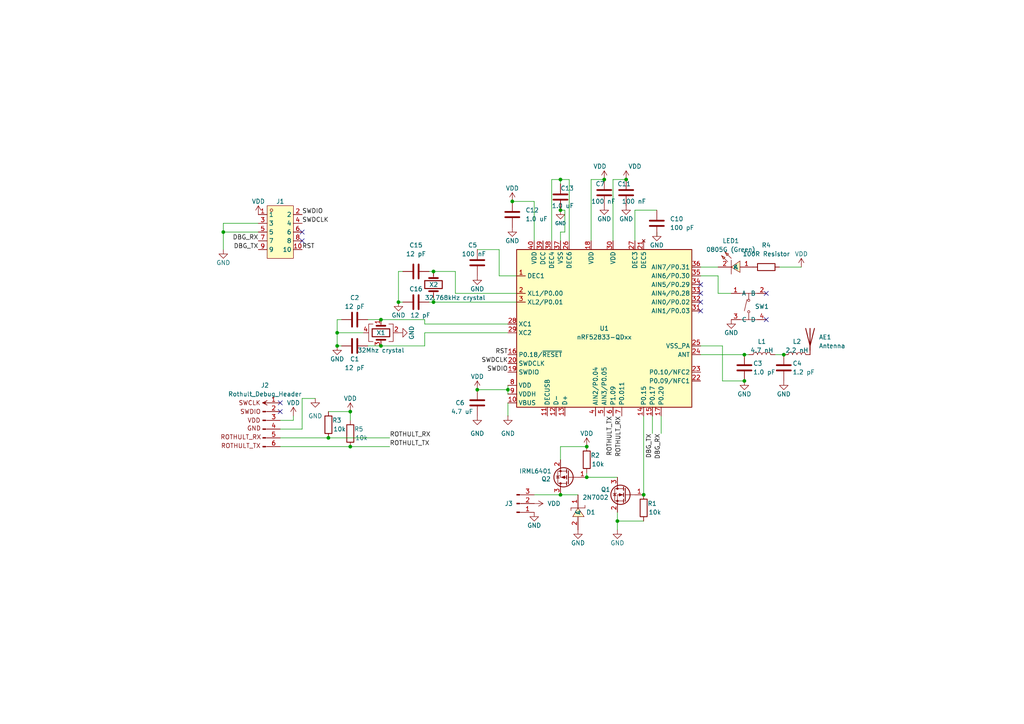
<source format=kicad_sch>
(kicad_sch (version 20231120) (generator "eeschema") (generator_version "8.0")
  (paper "A4")
  (lib_symbols
    (symbol "Common:Rothult_Debug_Header" (pin_names (offset 1.016) hide)
      (property "Reference" "J" (at 0 7.62 0))
      (property "Value" "Rothult_Debug_Header" (at 0 -10.16 0))
      (symbol "Rothult_Debug_Header_1_1"
        (polyline (pts (xy 1.27 -7.62) (xy 0.8636 -7.62)) (stroke (width 0.1524)))
        (polyline (pts (xy 1.27 -5.08) (xy 0.8636 -5.08)) (stroke (width 0.1524)))
        (polyline (pts (xy 1.27 -2.54) (xy 0.8636 -2.54)) (stroke (width 0.1524)))
        (polyline (pts (xy 1.27 0) (xy 0.8636 0)) (stroke (width 0.1524)))
        (polyline (pts (xy 1.27 2.54) (xy 0.8636 2.54)) (stroke (width 0.1524)))
        (polyline (pts (xy 1.27 5.08) (xy 0.8636 5.08)) (stroke (width 0.1524)))
        (rectangle (start 0.8636 -7.493) (end 0 -7.747) (stroke (width 0.1524)) (fill (type outline)))
        (rectangle (start 0.8636 -4.953) (end 0 -5.207) (stroke (width 0.1524)) (fill (type outline)))
        (rectangle (start 0.8636 -2.413) (end 0 -2.667) (stroke (width 0.1524)) (fill (type outline)))
        (rectangle (start 0.8636 0.127) (end 0 -0.127) (stroke (width 0.1524)) (fill (type outline)))
        (rectangle (start 0.8636 2.667) (end 0 2.413) (stroke (width 0.1524)) (fill (type outline)))
        (rectangle (start 0.8636 5.207) (end 0 4.953) (stroke (width 0.1524)) (fill (type outline)))
        (text "GND" (at -2.54 -2.286 0) (effects (font (size 1.27 1.27))))
        (text "ROTHULT_RX" (at -6.35 -4.826 0) (effects (font (size 1.27 1.27))))
        (text "ROTHULT_TX" (at -6.35 -7.366 0) (effects (font (size 1.27 1.27))))
        (text "SWCLK" (at -3.81 5.08 0) (effects (font (size 1.27 1.27))))
        (text "SWDIO" (at -3.556 2.54 0) (effects (font (size 1.27 1.27))))
        (text "VDD" (at -2.54 0 0) (effects (font (size 1.27 1.27))))
        (pin output clock (at 5.08 5.08 180) (length 3.81) (name "SWCLK") (number "1"))
        (pin bidirectional line (at 5.08 2.54 180) (length 3.81) (name "SWDIO") (number "2"))
        (pin power_in line (at 5.08 0 180) (length 3.81) (name "VDD") (number "3"))
        (pin power_in line (at 5.08 -2.54 180) (length 3.81) (name "GND") (number "4"))
        (pin output line (at 5.08 -5.08 180) (length 3.81) (name "ROTHULT_RX") (number "5"))
        (pin input line (at 5.08 -7.62 180) (length 3.81) (name "ROTHULT_TX") (number "6"))
      )
    )
    (symbol "Connector:Conn_01x03_Pin" (pin_names (offset 1.016) hide)
      (property "Reference" "J" (at 0 5.08 0))
      (property "Value" "Conn_01x03_Pin" (at 0 -5.08 0))
      (symbol "Conn_01x03_Pin_1_1"
        (polyline (pts (xy 1.27 -2.54) (xy 0.8636 -2.54)) (stroke (width 0.1524)))
        (polyline (pts (xy 1.27 0) (xy 0.8636 0)) (stroke (width 0.1524)))
        (polyline (pts (xy 1.27 2.54) (xy 0.8636 2.54)) (stroke (width 0.1524)))
        (rectangle (start 0.8636 -2.413) (end 0 -2.667) (stroke (width 0.1524)) (fill (type outline)))
        (rectangle (start 0.8636 0.127) (end 0 -0.127) (stroke (width 0.1524)) (fill (type outline)))
        (rectangle (start 0.8636 2.667) (end 0 2.413) (stroke (width 0.1524)) (fill (type outline)))
        (pin passive line (at 5.08 2.54 180) (length 3.81) (name "Pin_1") (number "1"))
        (pin passive line (at 5.08 0 180) (length 3.81) (name "Pin_2") (number "2"))
        (pin passive line (at 5.08 -2.54 180) (length 3.81) (name "Pin_3") (number "3"))
      )
    )
    (symbol "Device:Antenna" (pin_numbers hide) (pin_names (offset 1.016) hide)
      (property "Reference" "AE" (at -1.905 1.905 0))
      (property "Value" "Antenna" (at -1.905 0 0))
      (symbol "Antenna_0_1"
        (polyline (pts (xy 0 2.54) (xy 0 -3.81)) (stroke (width 0.254)))
        (polyline (pts (xy 1.27 2.54) (xy 0 -2.54) (xy -1.27 2.54)) (stroke (width 0.254)))
      )
      (symbol "Antenna_1_1"
        (pin input line (at 0 -5.08 90) (length 2.54) (name "A") (number "1"))
      )
    )
    (symbol "GND_1" (power) (pin_numbers hide) (pin_names (offset 0) hide)
      (property "Value" "GND" (at 0 -3.81 0))
      (symbol "GND_1_0_1"
        (polyline (pts (xy 0 0) (xy 0 -1.27) (xy 1.27 -1.27) (xy 0 -2.54) (xy -1.27 -1.27) (xy 0 -1.27)))
      )
      (symbol "GND_1_1_1"
        (pin power_in line (at 0 0 270) (length 0) (name "~") (number "1"))
      )
    )
    (symbol "Ostranna:1.0 pF" (pin_numbers hide) (pin_names (offset 0.254))
      (property "Reference" "C" (at 0.635 2.54 0))
      (property "Value" "1.0 pF" (at 0.635 -2.54 0))
      (symbol "1.0 pF_0_1"
        (polyline (pts (xy -2.032 -0.762) (xy 2.032 -0.762)) (stroke (width 0.508)))
        (polyline (pts (xy -2.032 0.762) (xy 2.032 0.762)) (stroke (width 0.508)))
      )
      (symbol "1.0 pF_1_1"
        (pin passive line (at 0 3.81 270) (length 2.794) (name "~") (number "1"))
        (pin passive line (at 0 -3.81 90) (length 2.794) (name "~") (number "2"))
      )
    )
    (symbol "Ostranna:1.0 uF" (pin_numbers hide) (pin_names (offset 0.254))
      (property "Reference" "C" (at 0.635 2.54 0))
      (property "Value" "1.0 uF" (at 0.635 -2.54 0))
      (symbol "1.0 uF_0_1"
        (polyline (pts (xy -2.032 -0.762) (xy 2.032 -0.762)) (stroke (width 0.508)))
        (polyline (pts (xy -2.032 0.762) (xy 2.032 0.762)) (stroke (width 0.508)))
      )
      (symbol "1.0 uF_1_1"
        (pin passive line (at 0 3.81 270) (length 2.794) (name "~") (number "1"))
        (pin passive line (at 0 -3.81 90) (length 2.794) (name "~") (number "2"))
      )
    )
    (symbol "Ostranna:1.2 pF" (pin_numbers hide) (pin_names (offset 0.254))
      (property "Reference" "C" (at 0.635 2.54 0))
      (property "Value" "1.2 pF" (at 0.635 -2.54 0))
      (symbol "1.2 pF_0_1"
        (polyline (pts (xy -2.032 -0.762) (xy 2.032 -0.762)) (stroke (width 0.508)))
        (polyline (pts (xy -2.032 0.762) (xy 2.032 0.762)) (stroke (width 0.508)))
      )
      (symbol "1.2 pF_1_1"
        (pin passive line (at 0 3.81 270) (length 2.794) (name "~") (number "1"))
        (pin passive line (at 0 -3.81 90) (length 2.794) (name "~") (number "2"))
      )
    )
    (symbol "Ostranna:100 nF" (pin_numbers hide) (pin_names (offset 0.254))
      (property "Reference" "C" (at 0.635 2.54 0))
      (property "Value" "100 nF" (at 0.635 -2.54 0))
      (symbol "100 nF_0_1"
        (polyline (pts (xy -2.032 -0.762) (xy 2.032 -0.762)) (stroke (width 0.508)))
        (polyline (pts (xy -2.032 0.762) (xy 2.032 0.762)) (stroke (width 0.508)))
      )
      (symbol "100 nF_1_1"
        (pin passive line (at 0 3.81 270) (length 2.794) (name "~") (number "1"))
        (pin passive line (at 0 -3.81 90) (length 2.794) (name "~") (number "2"))
      )
    )
    (symbol "Ostranna:100 pF" (pin_numbers hide) (pin_names (offset 0.254))
      (property "Reference" "C" (at 0.635 2.54 0))
      (property "Value" "100 pF" (at 0.635 -2.54 0))
      (symbol "100 pF_0_1"
        (polyline (pts (xy -2.032 -0.762) (xy 2.032 -0.762)) (stroke (width 0.508)))
        (polyline (pts (xy -2.032 0.762) (xy 2.032 0.762)) (stroke (width 0.508)))
      )
      (symbol "100 pF_1_1"
        (pin passive line (at 0 3.81 270) (length 2.794) (name "~") (number "1"))
        (pin passive line (at 0 -3.81 90) (length 2.794) (name "~") (number "2"))
      )
    )
    (symbol "Ostranna:100R Resistor" (pin_numbers hide) (pin_names (offset 0))
      (property "Reference" "R" (at 2.032 0 90))
      (property "Value" "100R Resistor" (at 0 0 90))
      (symbol "100R Resistor_0_1"
        (rectangle (start -1.016 -2.54) (end 1.016 2.54) (stroke (width 0.254)))
      )
      (symbol "100R Resistor_1_1"
        (pin passive line (at 0 3.81 270) (length 1.27) (name "~") (number "1"))
        (pin passive line (at 0 -3.81 90) (length 1.27) (name "~") (number "2"))
      )
    )
    (symbol "Ostranna:10k Resistor" (pin_numbers hide) (pin_names (offset 0))
      (property "Reference" "R" (at 2.032 0 90))
      (property "Value" "10k" (at 0 0 90))
      (symbol "10k Resistor_0_1"
        (rectangle (start -1.016 -2.54) (end 1.016 2.54) (stroke (width 0.254)))
      )
      (symbol "10k Resistor_1_1"
        (pin passive line (at 0 3.81 270) (length 1.27) (name "~") (number "1"))
        (pin passive line (at 0 -3.81 90) (length 1.27) (name "~") (number "2"))
      )
    )
    (symbol "Ostranna:12 pF" (pin_numbers hide) (pin_names (offset 0.254))
      (property "Reference" "C" (at 0.635 2.54 0))
      (property "Value" "12 pF" (at 0.635 -2.54 0))
      (symbol "12 pF_0_1"
        (polyline (pts (xy -2.032 -0.762) (xy 2.032 -0.762)) (stroke (width 0.508)))
        (polyline (pts (xy -2.032 0.762) (xy 2.032 0.762)) (stroke (width 0.508)))
      )
      (symbol "12 pF_1_1"
        (pin passive line (at 0 3.81 270) (length 2.794) (name "~") (number "1"))
        (pin passive line (at 0 -3.81 90) (length 2.794) (name "~") (number "2"))
      )
    )
    (symbol "Ostranna:2.2 nH" (pin_numbers hide) (pin_names (offset 1.016) hide)
      (property "Reference" "L" (at -1.27 0 90))
      (property "Value" "2.2 nH" (at 1.905 0 90))
      (symbol "2.2 nH_0_1"
        (arc (start 0 -2.54) (mid 0.6323 -1.905) (end 0 -1.27))
        (arc (start 0 -1.27) (mid 0.6323 -0.635) (end 0 0))
        (arc (start 0 0) (mid 0.6323 0.635) (end 0 1.27))
        (arc (start 0 1.27) (mid 0.6323 1.905) (end 0 2.54))
      )
      (symbol "2.2 nH_1_1"
        (pin passive line (at 0 3.81 270) (length 1.27) (name "1") (number "1"))
        (pin passive line (at 0 -3.81 90) (length 1.27) (name "2") (number "2"))
      )
    )
    (symbol "Ostranna:2N7002" (pin_names (offset 0) hide)
      (property "Reference" "Q" (at 5.08 1.27 0))
      (property "Value" "2N7002" (at 5.08 -1.27 0))
      (symbol "2N7002_0_1"
        (polyline (pts (xy 0.254 0) (xy -2.54 0)))
        (polyline (pts (xy 0.254 1.905) (xy 0.254 -1.905)) (stroke (width 0.254)))
        (polyline (pts (xy 0.762 -1.27) (xy 0.762 -2.286)) (stroke (width 0.254)))
        (polyline (pts (xy 0.762 0.508) (xy 0.762 -0.508)) (stroke (width 0.254)))
        (polyline (pts (xy 0.762 2.286) (xy 0.762 1.27)) (stroke (width 0.254)))
        (polyline (pts (xy 2.54 2.54) (xy 2.54 1.778)))
        (polyline (pts (xy 2.54 -2.54) (xy 2.54 0) (xy 0.762 0)))
        (polyline (pts (xy 0.762 -1.778) (xy 3.302 -1.778) (xy 3.302 1.778) (xy 0.762 1.778)))
        (polyline (pts (xy 1.016 0) (xy 2.032 0.381) (xy 2.032 -0.381) (xy 1.016 0)) (fill (type outline)))
        (polyline (pts (xy 2.794 0.508) (xy 2.921 0.381) (xy 3.683 0.381) (xy 3.81 0.254)))
        (polyline (pts (xy 3.302 0.381) (xy 2.921 -0.254) (xy 3.683 -0.254) (xy 3.302 0.381)))
        (circle (center 1.651 0) (radius 2.794) (stroke (width 0.254)))
        (circle (center 2.54 -1.778) (radius 0.254) (fill (type outline)))
        (circle (center 2.54 1.778) (radius 0.254) (fill (type outline)))
      )
      (symbol "2N7002_1_1"
        (pin input line (at -5.08 0 0) (length 2.54) (name "G") (number "1"))
        (pin passive line (at 2.54 -5.08 90) (length 2.54) (name "S") (number "2"))
        (pin passive line (at 2.54 5.08 270) (length 2.54) (name "D") (number "3"))
      )
    )
    (symbol "Ostranna:32.768kHz crystal" (pin_numbers hide) (pin_names (offset 1.016) hide)
      (property "Reference" "X" (at 0 3.81 0))
      (property "Value" "32.768kHz crystal" (at 0 -3.81 0))
      (symbol "32.768kHz crystal_0_1"
        (rectangle (start -1.143 2.54) (end 1.143 -2.54) (stroke (width 0.3048)))
        (polyline (pts (xy -2.54 0) (xy -1.905 0)))
        (polyline (pts (xy -1.905 -1.27) (xy -1.905 1.27)) (stroke (width 0.508)))
        (polyline (pts (xy 1.905 -1.27) (xy 1.905 1.27)) (stroke (width 0.508)))
        (polyline (pts (xy 2.54 0) (xy 1.905 0)))
      )
      (symbol "32.768kHz crystal_1_1"
        (pin passive line (at -3.81 0 0) (length 1.27) (name "1") (number "1"))
        (pin passive line (at 3.81 0 180) (length 1.27) (name "2") (number "2"))
      )
    )
    (symbol "Ostranna:32Mhz crystal" (pin_names (offset 1.016) hide)
      (property "Reference" "X" (at 3.175 5.08 0))
      (property "Value" "32Mhz crystal" (at 3.175 3.175 0))
      (symbol "32Mhz crystal_0_1"
        (rectangle (start -1.143 2.54) (end 1.143 -2.54) (stroke (width 0.3048)))
        (polyline (pts (xy -2.54 0) (xy -2.032 0)))
        (polyline (pts (xy -2.032 -1.27) (xy -2.032 1.27)) (stroke (width 0.508)))
        (polyline (pts (xy 0 -3.81) (xy 0 -3.556)))
        (polyline (pts (xy 0 3.556) (xy 0 3.81)))
        (polyline (pts (xy 2.032 -1.27) (xy 2.032 1.27)) (stroke (width 0.508)))
        (polyline (pts (xy 2.032 0) (xy 2.54 0)))
        (polyline (pts (xy -2.54 -2.286) (xy -2.54 -3.556) (xy 2.54 -3.556) (xy 2.54 -2.286)))
        (polyline (pts (xy -2.54 2.286) (xy -2.54 3.556) (xy 2.54 3.556) (xy 2.54 2.286)))
      )
      (symbol "32Mhz crystal_1_1"
        (pin passive line (at -3.81 0 0) (length 1.27) (name "1") (number "1"))
        (pin passive line (at 0 5.08 270) (length 1.27) (name "2") (number "2"))
        (pin passive line (at 3.81 0 180) (length 1.27) (name "3") (number "3"))
        (pin passive line (at 0 -5.08 90) (length 1.27) (name "4") (number "4"))
      )
    )
    (symbol "Ostranna:4.7 nH" (pin_numbers hide) (pin_names (offset 1.016) hide)
      (property "Reference" "L" (at -1.27 0 90))
      (property "Value" "4.7 nH" (at 1.905 0 90))
      (symbol "4.7 nH_0_1"
        (arc (start 0 -2.54) (mid 0.6323 -1.905) (end 0 -1.27))
        (arc (start 0 -1.27) (mid 0.6323 -0.635) (end 0 0))
        (arc (start 0 0) (mid 0.6323 0.635) (end 0 1.27))
        (arc (start 0 1.27) (mid 0.6323 1.905) (end 0 2.54))
      )
      (symbol "4.7 nH_1_1"
        (pin passive line (at 0 3.81 270) (length 1.27) (name "1") (number "1"))
        (pin passive line (at 0 -3.81 90) (length 1.27) (name "2") (number "2"))
      )
    )
    (symbol "Ostranna:4.7 uF" (pin_numbers hide) (pin_names (offset 0.254))
      (property "Reference" "C" (at 0.635 2.54 0))
      (property "Value" "4.7 uF" (at 0.635 -2.54 0))
      (symbol "4.7 uF_0_1"
        (polyline (pts (xy -2.032 -0.762) (xy 2.032 -0.762)) (stroke (width 0.508)))
        (polyline (pts (xy -2.032 0.762) (xy 2.032 0.762)) (stroke (width 0.508)))
      )
      (symbol "4.7 uF_1_1"
        (pin passive line (at 0 3.81 270) (length 2.794) (name "~") (number "1"))
        (pin passive line (at 0 -3.81 90) (length 2.794) (name "~") (number "2"))
      )
    )
    (symbol "Ostranna:IRML6401" (pin_names (offset 0) hide)
      (property "Reference" "Q" (at 5.08 1.27 0))
      (property "Value" "IRML6401" (at 5.08 -1.27 0))
      (symbol "IRML6401_0_1"
        (polyline (pts (xy 0.254 0) (xy -2.54 0)))
        (polyline (pts (xy 0.254 1.905) (xy 0.254 -1.905)) (stroke (width 0.254)))
        (polyline (pts (xy 0.762 -1.27) (xy 0.762 -2.286)) (stroke (width 0.254)))
        (polyline (pts (xy 0.762 0.508) (xy 0.762 -0.508)) (stroke (width 0.254)))
        (polyline (pts (xy 0.762 2.286) (xy 0.762 1.27)) (stroke (width 0.254)))
        (polyline (pts (xy 2.54 2.54) (xy 2.54 1.778)))
        (polyline (pts (xy 2.54 -2.54) (xy 2.54 0) (xy 0.762 0)))
        (polyline (pts (xy 0.762 1.778) (xy 3.302 1.778) (xy 3.302 -1.778) (xy 0.762 -1.778)))
        (polyline (pts (xy 2.286 0) (xy 1.27 0.381) (xy 1.27 -0.381) (xy 2.286 0)) (fill (type outline)))
        (polyline (pts (xy 2.794 -0.508) (xy 2.921 -0.381) (xy 3.683 -0.381) (xy 3.81 -0.254)))
        (polyline (pts (xy 3.302 -0.381) (xy 2.921 0.254) (xy 3.683 0.254) (xy 3.302 -0.381)))
        (circle (center 1.651 0) (radius 2.794) (stroke (width 0.254)))
        (circle (center 2.54 -1.778) (radius 0.254) (fill (type outline)))
        (circle (center 2.54 1.778) (radius 0.254) (fill (type outline)))
      )
      (symbol "IRML6401_1_1"
        (pin input line (at -5.08 0 0) (length 2.54) (name "G") (number "1"))
        (pin passive line (at 2.54 -5.08 90) (length 2.54) (name "S") (number "2"))
        (pin passive line (at 2.54 5.08 270) (length 2.54) (name "D") (number "3"))
      )
    )
    (symbol "Ostranna:nRF52833-QDxx"
      (property "Reference" "U" (at -2.54 0 0))
      (property "Value" "nRF52833-QDxx" (at -2.54 -2.54 0))
      (symbol "nRF52833-QDxx_0_1"
        (rectangle (start -25.4 22.86) (end 25.4 -22.86) (stroke (width 0.254)) (fill (type background)))
      )
      (symbol "nRF52833-QDxx_1_1"
        (pin passive line (at -25.4 15.24 0) (length 2.54) (name "DEC1") (number "1"))
        (pin power_in line (at -27.94 -21.59 0) (length 2.54) (name "VBUS") (number "10"))
        (pin passive line (at -16.51 -25.4 90) (length 2.54) (name "DECUSB") (number "11"))
        (pin bidirectional line (at -13.97 -25.4 90) (length 2.54) (name "D-") (number "12"))
        (pin bidirectional line (at -11.43 -25.4 90) (length 2.54) (name "D+") (number "13"))
        (pin bidirectional line (at 11.43 -25.4 90) (length 2.54) (name "P0.15") (number "14"))
        (pin bidirectional line (at 13.97 -25.4 90) (length 2.54) (name "P0.17") (number "15"))
        (pin bidirectional line (at -27.94 -7.62 0) (length 2.54) (name "P0.18/~{RESET}") (number "16"))
        (pin bidirectional line (at 16.51 -25.4 90) (length 2.54) (name "P0.20") (number "17"))
        (pin power_in line (at -3.81 25.4 270) (length 2.54) (name "VDD") (number "18"))
        (pin bidirectional line (at -27.94 -12.7 0) (length 2.54) (name "SWDIO") (number "19"))
        (pin input line (at -25.4 10.16 0) (length 2.54) (name "XL1/P0.00") (number "2"))
        (pin input line (at -27.94 -10.16 0) (length 2.54) (name "SWDCLK") (number "20"))
        (pin no_connect line (at 11.43 25.4 270) (length 2.54) (name "DEC5") (number "21"))
        (pin bidirectional line (at 27.94 -15.24 180) (length 2.54) (name "P0.09/NFC1") (number "22"))
        (pin bidirectional line (at 27.94 -12.7 180) (length 2.54) (name "P0.10/NFC2") (number "23"))
        (pin passive line (at 27.94 -7.62 180) (length 2.54) (name "ANT") (number "24"))
        (pin power_in line (at 27.94 -5.08 180) (length 2.54) (name "VSS_PA") (number "25"))
        (pin passive line (at -10.16 25.4 270) (length 2.54) (name "DEC6") (number "26"))
        (pin passive line (at 8.89 25.4 270) (length 2.54) (name "DEC3") (number "27"))
        (pin input line (at -27.94 1.27 0) (length 2.54) (name "XC1") (number "28"))
        (pin input line (at -27.94 -1.27 0) (length 2.54) (name "XC2") (number "29"))
        (pin input line (at -25.4 7.62 0) (length 2.54) (name "XL2/P0.01") (number "3"))
        (pin power_in line (at 2.54 25.4 270) (length 2.54) (name "VDD") (number "30"))
        (pin bidirectional line (at 27.94 5.08 180) (length 2.54) (name "AIN1/P0.03") (number "31"))
        (pin bidirectional line (at 27.94 7.62 180) (length 2.54) (name "AIN0/P0.02") (number "32"))
        (pin bidirectional line (at 27.94 10.16 180) (length 2.54) (name "AIN4/P0.28") (number "33"))
        (pin bidirectional line (at 27.94 12.7 180) (length 2.54) (name "AIN5/P0.29") (number "34"))
        (pin bidirectional line (at 27.94 15.24 180) (length 2.54) (name "AIN6/P0.30") (number "35"))
        (pin bidirectional line (at 27.94 17.78 180) (length 2.54) (name "AIN7/P0.31") (number "36"))
        (pin power_in line (at -12.7 25.4 270) (length 2.54) (name "VSS") (number "37"))
        (pin passive line (at -15.24 25.4 270) (length 2.54) (name "DEC4") (number "38"))
        (pin power_out line (at -17.78 25.4 270) (length 2.54) (name "DCC") (number "39"))
        (pin bidirectional line (at -2.54 -25.4 90) (length 2.54) (name "AIN2/P0.04") (number "4"))
        (pin power_in line (at -20.32 25.4 270) (length 2.54) (name "VDD") (number "40"))
        (pin passive line (at -22.86 25.4 270) (length 2.54) hide (name "VSS") (number "41"))
        (pin bidirectional line (at 0 -25.4 90) (length 2.54) (name "AIN3/P0.05") (number "5"))
        (pin bidirectional line (at 2.54 -25.4 90) (length 2.54) (name "P1.09") (number "6"))
        (pin bidirectional line (at 5.08 -25.4 90) (length 2.54) (name "P0.011") (number "7"))
        (pin power_in line (at -27.94 -16.51 0) (length 2.54) (name "VDD") (number "8"))
        (pin power_in line (at -27.94 -19.05 0) (length 2.54) (name "VDDH") (number "9"))
      )
    )
    (symbol "easyeda2kicad:0805G(Green)"
      (property "Reference" "LED" (at 0 5.08 0))
      (property "Value" "0805G (Green)" (at 0 -5.08 0))
      (symbol "0805G(Green)_0_1"
        (polyline (pts (xy -2.29 1.52) (xy -4.06 3.3)))
        (polyline (pts (xy -1.27 2.03) (xy -1.27 -2.03)))
        (polyline (pts (xy -1.27 2.54) (xy -3.05 4.32)))
        (polyline (pts (xy -4.06 3.3) (xy -3.05 2.79) (xy -3.56 2.29) (xy -4.06 3.3)) (fill (type background)))
        (polyline (pts (xy -3.05 4.32) (xy -2.03 3.81) (xy -2.54 3.3) (xy -3.05 4.32)) (fill (type background)))
        (polyline (pts (xy 1.27 -1.52) (xy -1.27 0) (xy 1.27 1.78) (xy 1.27 -1.52)) (fill (type background)))
        (pin unspecified line (at 5.08 0 180) (length 3.81) (name "A") (number "1"))
        (pin unspecified line (at -5.08 0 0) (length 3.81) (name "K") (number "2"))
      )
    )
    (symbol "easyeda2kicad:1N5819WS"
      (property "Reference" "D" (at 0 5.08 0))
      (property "Value" "1N5819WS" (at 0 -5.08 0))
      (symbol "1N5819WS_0_1"
        (polyline (pts (xy -1.27 -2.03) (xy -2.03 -2.03)))
        (polyline (pts (xy -1.27 -2.03) (xy -1.27 2.03)))
        (polyline (pts (xy -1.27 2.03) (xy -0.51 2.03)))
        (polyline (pts (xy 1.27 1.52) (xy -1.27 0) (xy 1.27 -1.78) (xy 1.27 1.52)) (fill (type background)))
        (pin unspecified line (at -5.08 0 0) (length 3.81) (name "C") (number "1"))
        (pin unspecified line (at 5.08 0 180) (length 3.81) (name "A") (number "2"))
      )
    )
    (symbol "easyeda2kicad:KH-1.27PH180-2X5P-L7.2-SMT"
      (property "Reference" "H" (at 0 10.16 0))
      (property "Value" "KH-1.27PH180-2X5P-L7.2-SMT" (at 0 -10.16 0))
      (symbol "KH-1.27PH180-2X5P-L7.2-SMT_0_1"
        (rectangle (start -3.81 7.62) (end 3.81 -7.62) (fill (type background)))
        (circle (center -2.54 6.35) (radius 0.38))
        (pin unspecified line (at -6.35 5.08 0) (length 2.54) (name "1") (number "1"))
        (pin unspecified line (at 6.35 -5.08 180) (length 2.54) (name "10") (number "10"))
        (pin unspecified line (at 6.35 5.08 180) (length 2.54) (name "2") (number "2"))
        (pin unspecified line (at -6.35 2.54 0) (length 2.54) (name "3") (number "3"))
        (pin unspecified line (at 6.35 2.54 180) (length 2.54) (name "4") (number "4"))
        (pin unspecified line (at -6.35 0 0) (length 2.54) (name "5") (number "5"))
        (pin unspecified line (at 6.35 0 180) (length 2.54) (name "6") (number "6"))
        (pin unspecified line (at -6.35 -2.54 0) (length 2.54) (name "7") (number "7"))
        (pin unspecified line (at 6.35 -2.54 180) (length 2.54) (name "8") (number "8"))
        (pin unspecified line (at -6.35 -5.08 0) (length 2.54) (name "9") (number "9"))
      )
    )
    (symbol "easyeda2kicad:TS-1187A-B-A-B"
      (property "Reference" "SW" (at 0 7.62 0))
      (property "Value" "TS-1187A-B-A-B" (at 0 -10.16 0))
      (symbol "TS-1187A-B-A-B_0_1"
        (circle (center 0 -2.79) (radius 0.32))
        (polyline (pts (xy -2.54 -5.08) (xy 2.54 -5.08)))
        (polyline (pts (xy -2.54 2.54) (xy 2.54 2.54)))
        (polyline (pts (xy -0.51 0.76) (xy -1.27 -2.54)))
        (polyline (pts (xy 0 -3.3) (xy 0 -5.08)))
        (polyline (pts (xy 0 0.76) (xy 0 2.54)))
        (circle (center 0 0.51) (radius 0.32))
        (pin unspecified line (at -5.08 2.54 0) (length 2.54) (name "A") (number "1"))
        (pin unspecified line (at 5.08 2.54 180) (length 2.54) (name "B") (number "2"))
        (pin unspecified line (at -5.08 -5.08 0) (length 2.54) (name "C") (number "3"))
        (pin unspecified line (at 5.08 -5.08 180) (length 2.54) (name "D") (number "4"))
      )
    )
    (symbol "power:GND" (power) (pin_names (offset 0))
      (property "Value" "GND" (at 0 -3.81 0))
      (symbol "GND_0_1"
        (polyline (pts (xy 0 0) (xy 0 -1.27) (xy 1.27 -1.27) (xy 0 -2.54) (xy -1.27 -1.27) (xy 0 -1.27)))
      )
      (symbol "GND_1_1"
        (pin power_in line (at 0 0 270) (length 0) hide (name "GND") (number "1"))
      )
    )
    (symbol "power:VDD" (power) (pin_names (offset 0))
      (property "Value" "VDD" (at 0 3.81 0))
      (symbol "VDD_0_1"
        (polyline (pts (xy -0.762 1.27) (xy 0 2.54)))
        (polyline (pts (xy 0 0) (xy 0 2.54)))
        (polyline (pts (xy 0 2.54) (xy 0.762 1.27)))
      )
      (symbol "VDD_1_1"
        (pin power_in line (at 0 0 90) (length 0) hide (name "VDD") (number "1"))
      )
    )
  )
  (junction (at 125.73 78.74))
  (junction (at 215.9 110.49))
  (junction (at 95.25 127))
  (junction (at 186.69 143.51))
  (junction (at 110.49 92.71))
  (junction (at 148.59 58.42))
  (junction (at 97.79 96.52))
  (junction (at 170.18 129.54))
  (junction (at 175.26 52.07))
  (junction (at 147.32 113.03))
  (junction (at 179.07 151.13))
  (junction (at 115.57 87.63))
  (junction (at 162.56 143.51))
  (junction (at 170.18 138.43))
  (junction (at 64.77 67.31))
  (junction (at 215.9 102.87))
  (junction (at 162.56 52.07))
  (junction (at 181.61 52.07))
  (junction (at 101.6 119.38))
  (junction (at 97.79 100.33))
  (junction (at 162.56 60.96))
  (junction (at 227.33 102.87))
  (junction (at 138.43 113.03))
  (junction (at 125.73 87.63))
  (junction (at 110.49 100.33))
  (junction (at 101.6 129.54))
  (no_connect (at 222.25 92.71))
  (no_connect (at 203.2 90.17))
  (no_connect (at 203.2 85.09))
  (no_connect (at 81.28 119.38))
  (no_connect (at 87.63 67.31))
  (no_connect (at 81.28 116.84))
  (no_connect (at 203.2 82.55))
  (no_connect (at 222.25 85.09))
  (no_connect (at 87.63 69.85))
  (no_connect (at 203.2 87.63))
  (wire (pts (xy 132.08 85.09) (xy 132.08 78.74)))
  (wire (pts (xy 209.55 110.49) (xy 215.9 110.49)))
  (wire (pts (xy 209.55 100.33) (xy 209.55 110.49)))
  (wire (pts (xy 97.79 92.71) (xy 97.79 96.52)))
  (wire (pts (xy 162.56 129.54) (xy 162.56 133.35)))
  (wire (pts (xy 162.56 69.85) (xy 162.56 67.31)))
  (wire (pts (xy 101.6 119.38) (xy 101.6 121.92)))
  (wire (pts (xy 113.03 127) (xy 95.25 127)))
  (wire (pts (xy 85.09 120.65) (xy 85.09 121.92)))
  (wire (pts (xy 149.86 85.09) (xy 132.08 85.09)))
  (wire (pts (xy 184.15 60.96) (xy 190.5 60.96)))
  (wire (pts (xy 154.94 69.85) (xy 154.94 58.42)))
  (wire (pts (xy 147.32 113.03) (xy 147.32 111.76)))
  (wire (pts (xy 147.32 93.98) (xy 123.19 93.98)))
  (wire (pts (xy 177.8 52.07) (xy 181.61 52.07)))
  (wire (pts (xy 87.63 124.46) (xy 87.63 115.57)))
  (wire (pts (xy 95.25 127) (xy 81.28 127)))
  (wire (pts (xy 125.73 87.63) (xy 125.73 86.36)))
  (wire (pts (xy 186.69 120.65) (xy 186.69 143.51)))
  (wire (pts (xy 190.5 68.58) (xy 190.5 67.31)))
  (wire (pts (xy 101.6 129.54) (xy 81.28 129.54)))
  (wire (pts (xy 170.18 137.16) (xy 170.18 138.43)))
  (wire (pts (xy 179.07 151.13) (xy 179.07 148.59)))
  (wire (pts (xy 162.56 53.34) (xy 162.56 52.07)))
  (wire (pts (xy 171.45 52.07) (xy 175.26 52.07)))
  (wire (pts (xy 167.64 143.51) (xy 162.56 143.51)))
  (wire (pts (xy 177.8 69.85) (xy 177.8 52.07)))
  (wire (pts (xy 81.28 124.46) (xy 87.63 124.46)))
  (wire (pts (xy 224.79 102.87) (xy 227.33 102.87)))
  (wire (pts (xy 191.77 120.65) (xy 191.77 125.73)))
  (wire (pts (xy 162.56 52.07) (xy 165.1 52.07)))
  (wire (pts (xy 208.28 77.47) (xy 203.2 77.47)))
  (wire (pts (xy 203.2 100.33) (xy 209.55 100.33)))
  (wire (pts (xy 74.93 64.77) (xy 64.77 64.77)))
  (wire (pts (xy 124.46 87.63) (xy 125.73 87.63)))
  (wire (pts (xy 154.94 58.42) (xy 148.59 58.42)))
  (wire (pts (xy 116.84 78.74) (xy 115.57 78.74)))
  (wire (pts (xy 217.17 102.87) (xy 215.9 102.87)))
  (wire (pts (xy 208.28 80.01) (xy 208.28 85.09)))
  (wire (pts (xy 97.79 100.33) (xy 99.06 100.33)))
  (wire (pts (xy 162.56 67.31) (xy 163.83 67.31)))
  (wire (pts (xy 95.25 119.38) (xy 101.6 119.38)))
  (wire (pts (xy 116.84 87.63) (xy 115.57 87.63)))
  (wire (pts (xy 144.78 80.01) (xy 144.78 72.39)))
  (wire (pts (xy 125.73 87.63) (xy 149.86 87.63)))
  (wire (pts (xy 123.19 93.98) (xy 123.19 92.71)))
  (wire (pts (xy 144.78 72.39) (xy 138.43 72.39)))
  (wire (pts (xy 81.28 121.92) (xy 85.09 121.92)))
  (wire (pts (xy 165.1 52.07) (xy 165.1 69.85)))
  (wire (pts (xy 147.32 120.65) (xy 147.32 116.84)))
  (wire (pts (xy 87.63 115.57) (xy 91.44 115.57)))
  (wire (pts (xy 99.06 92.71) (xy 97.79 92.71)))
  (wire (pts (xy 226.06 77.47) (xy 232.41 77.47)))
  (wire (pts (xy 110.49 100.33) (xy 123.19 100.33)))
  (wire (pts (xy 179.07 153.67) (xy 179.07 151.13)))
  (wire (pts (xy 208.28 85.09) (xy 212.09 85.09)))
  (wire (pts (xy 132.08 78.74) (xy 125.73 78.74)))
  (wire (pts (xy 113.03 129.54) (xy 101.6 129.54)))
  (wire (pts (xy 171.45 52.07) (xy 171.45 69.85)))
  (wire (pts (xy 123.19 96.52) (xy 147.32 96.52)))
  (wire (pts (xy 138.43 113.03) (xy 147.32 113.03)))
  (wire (pts (xy 154.94 143.51) (xy 162.56 143.51)))
  (wire (pts (xy 64.77 64.77) (xy 64.77 67.31)))
  (wire (pts (xy 97.79 96.52) (xy 97.79 100.33)))
  (wire (pts (xy 163.83 60.96) (xy 162.56 60.96)))
  (wire (pts (xy 64.77 72.39) (xy 64.77 67.31)))
  (wire (pts (xy 203.2 80.01) (xy 208.28 80.01)))
  (wire (pts (xy 106.68 92.71) (xy 110.49 92.71)))
  (wire (pts (xy 147.32 113.03) (xy 147.32 114.3)))
  (wire (pts (xy 179.07 138.43) (xy 170.18 138.43)))
  (wire (pts (xy 149.86 80.01) (xy 144.78 80.01)))
  (wire (pts (xy 186.69 151.13) (xy 179.07 151.13)))
  (wire (pts (xy 184.15 69.85) (xy 184.15 60.96)))
  (wire (pts (xy 203.2 102.87) (xy 215.9 102.87)))
  (wire (pts (xy 189.23 120.65) (xy 189.23 125.73)))
  (wire (pts (xy 97.79 96.52) (xy 105.41 96.52)))
  (wire (pts (xy 123.19 100.33) (xy 123.19 96.52)))
  (wire (pts (xy 106.68 100.33) (xy 110.49 100.33)))
  (wire (pts (xy 163.83 67.31) (xy 163.83 60.96)))
  (wire (pts (xy 170.18 129.54) (xy 162.56 129.54)))
  (wire (pts (xy 160.02 52.07) (xy 162.56 52.07)))
  (wire (pts (xy 115.57 78.74) (xy 115.57 87.63)))
  (wire (pts (xy 124.46 78.74) (xy 125.73 78.74)))
  (wire (pts (xy 160.02 69.85) (xy 160.02 52.07)))
  (wire (pts (xy 123.19 92.71) (xy 110.49 92.71)))
  (wire (pts (xy 64.77 67.31) (xy 74.93 67.31)))
  (label "DBG_RX" (at 191.77 125.73 270))
  (label "DBG_RX" (at 74.93 69.85 180))
  (label "SWDCLK" (at 87.63 64.77 0))
  (label "ROTHULT_TX" (at 177.8 120.65 270))
  (label "DBG_TX" (at 189.23 125.73 270))
  (label "ROTHULT_RX" (at 180.34 120.65 270))
  (label "SWDIO" (at 147.32 107.95 180))
  (label "RST" (at 87.63 72.39 0))
  (label "ROTHULT_TX" (at 113.03 129.54 0))
  (label "SWDCLK" (at 147.32 105.41 180))
  (label "DBG_TX" (at 74.93 72.39 180))
  (label "RST" (at 147.32 102.87 180))
  (label "SWDIO" (at 87.63 62.23 0))
  (label "ROTHULT_RX" (at 113.03 127 0))
  (symbol (lib_id "power:GND") (at 181.61 59.69 0) (unit 1)
    (property "Reference" "#PWR014" (effects (hide yes)))
    (property "Value" "GND" (at 181.61 63.5 0))
  )
  (symbol (lib_id "power:GND") (at 190.5 67.31 0) (unit 1)
    (property "Reference" "#PWR015" (effects (hide yes)))
    (property "Value" "GND" (at 190.5 71.12 0))
  )
  (symbol (lib_id "Ostranna:100 nF") (at 181.61 55.88 0) (unit 1)
    (property "Reference" "C11" (at 179.07 53.34 0) (effects (justify left)))
    (property "Value" "100 nF" (at 180.34 58.42 0) (effects (justify left)))
    (property "Footprint" "Capacitor_SMD:C_0402_1005Metric" (effects (hide yes)))
    (property "LCSC" "C1525" (effects (hide yes)))
    (property "LCSC type" "Basic" (effects (hide yes)))
  )
  (symbol (lib_id "power:GND") (at 227.33 110.49 0) (unit 1)
    (property "Reference" "#PWR018" (effects (hide yes)))
    (property "Value" "GND" (at 227.33 114.3 0))
  )
  (symbol (lib_id "Ostranna:12 pF") (at 102.87 92.71 90) (unit 1)
    (property "Reference" "C2" (at 102.87 86.36 90))
    (property "Value" "12 pF" (at 102.87 88.9 90))
    (property "Footprint" "Capacitor_SMD:C_0402_1005Metric" (effects (hide yes)))
    (property "LCSC" "C1547" (effects (hide yes)))
    (property "LCSC type" "Basic" (effects (hide yes)))
  )
  (symbol (lib_name "GND_1") (lib_id "power:GND") (at 91.44 115.57 0) (unit 1)
    (property "Reference" "#PWR026" (effects (hide yes)))
    (property "Value" "GND" (at 91.44 120.65 0))
    (property "Description" "Power symbol creates a global label with name \"GND\" , ground" (effects (hide yes)))
  )
  (symbol (lib_id "power:GND") (at 212.09 92.71 0) (unit 1)
    (property "Reference" "#PWR016" (effects (hide yes)))
    (property "Value" "GND" (at 212.09 96.52 0))
  )
  (symbol (lib_id "power:GND") (at 215.9 110.49 0) (unit 1)
    (property "Reference" "#PWR017" (effects (hide yes)))
    (property "Value" "GND" (at 215.9 114.3 0))
  )
  (symbol (lib_id "Ostranna:10k Resistor") (at 101.6 125.73 0) (mirror y) (unit 1)
    (property "Reference" "R5" (at 105.41 124.46 0) (effects (justify left)))
    (property "Value" "10k" (at 106.68 127 0) (effects (justify left)))
    (property "Footprint" "Resistor_SMD:R_0402_1005Metric" (effects (hide yes)))
    (property "LCSC" "C270371" (effects (hide yes)))
  )
  (symbol (lib_id "Ostranna:100 pF") (at 190.5 64.77 0) (unit 1)
    (property "Reference" "C10" (at 194.31 63.4999 0) (effects (justify left)))
    (property "Value" "100 pF" (at 194.31 66.0399 0) (effects (justify left)))
    (property "Footprint" "Capacitor_SMD:C_0402_1005Metric" (effects (hide yes)))
    (property "LCSC" "C1546" (effects (hide yes)))
    (property "LCSC type" "Basic" (effects (hide yes)))
  )
  (symbol (lib_id "power:VDD") (at 154.94 146.05 270) (unit 1)
    (property "Reference" "#PWR029" (effects (hide yes)))
    (property "Value" "VDD" (at 158.75 146.0499 90) (effects (justify left)))
  )
  (symbol (lib_name "GND_1") (lib_id "power:GND") (at 138.43 120.65 0) (unit 1)
    (property "Reference" "#PWR020" (effects (hide yes)))
    (property "Value" "GND" (at 138.43 125.73 0))
    (property "Description" "Power symbol creates a global label with name \"GND\" , ground" (effects (hide yes)))
  )
  (symbol (lib_id "power:VDD") (at 175.26 52.07 0) (unit 1)
    (property "Reference" "#PWR011" (effects (hide yes)))
    (property "Value" "VDD" (at 173.99 48.26 0))
  )
  (symbol (lib_id "Ostranna:4.7 nH") (at 220.98 102.87 90) (unit 1)
    (property "Reference" "L1" (at 220.98 99.06 90))
    (property "Value" "4.7 nH" (at 220.98 101.6 90))
    (property "Footprint" "Inductor_SMD:L_0402_1005Metric" (effects (hide yes)))
    (property "LCSC" "C2041409" (effects (hide yes)))
  )
  (symbol (lib_id "power:VDD") (at 148.59 58.42 0) (unit 1)
    (property "Reference" "#PWR07" (effects (hide yes)))
    (property "Value" "VDD" (at 148.59 54.61 0))
  )
  (symbol (lib_id "power:GND") (at 175.26 59.69 0) (unit 1)
    (property "Reference" "#PWR012" (effects (hide yes)))
    (property "Value" "GND" (at 175.26 63.5 0))
  )
  (symbol (lib_id "Ostranna:1.0 uF") (at 162.56 57.15 0) (unit 1)
    (property "Reference" "C13" (at 162.56 54.61 0) (effects (justify left)))
    (property "Value" "1.0 uF" (at 160.02 59.69 0) (effects (justify left)))
    (property "Footprint" "Capacitor_SMD:C_0603_1608Metric" (effects (hide yes)))
    (property "LCSC" "C15849" (effects (hide yes)))
    (property "LCSC type" "Basic" (effects (hide yes)))
  )
  (symbol (lib_id "power:GND") (at 154.94 148.59 0) (mirror y) (unit 1)
    (property "Reference" "#PWR028" (effects (hide yes)))
    (property "Value" "GND" (at 154.94 152.4 0))
  )
  (symbol (lib_id "power:GND") (at 162.56 60.96 0) (unit 1)
    (property "Reference" "#PWR010" (effects (hide yes)))
    (property "Value" "GND" (at 162.56 64.77 0) (effects (font (size 1 1))))
  )
  (symbol (lib_id "Connector:Conn_01x03_Pin") (at 149.86 146.05 0) (mirror x) (unit 1)
    (property "Reference" "J3" (at 147.574 146.05 0))
    (property "Value" "Conn_01x03_Pin" (effects (hide yes)))
    (property "Footprint" "Connector_PinHeader_2.54mm:PinHeader_1x03_P2.54mm_Vertical" (effects (hide yes)))
    (property "Description" "Generic connector, single row, 01x03, script generated" (effects (hide yes)))
  )
  (symbol (lib_id "power:GND") (at 97.79 100.33 0) (unit 1)
    (property "Reference" "#PWR02" (effects (hide yes)))
    (property "Value" "GND" (at 97.79 104.14 0))
  )
  (symbol (lib_id "power:GND") (at 138.43 80.01 0) (unit 1)
    (property "Reference" "#PWR06" (effects (hide yes)))
    (property "Value" "GND" (at 138.43 83.82 0))
  )
  (symbol (lib_id "Ostranna:100 nF") (at 175.26 55.88 0) (unit 1)
    (property "Reference" "C7" (at 172.72 53.34 0) (effects (justify left)))
    (property "Value" "100 nF" (at 171.45 58.42 0) (effects (justify left)))
    (property "Footprint" "Capacitor_SMD:C_0402_1005Metric" (effects (hide yes)))
    (property "LCSC" "C1525" (effects (hide yes)))
    (property "LCSC type" "Basic" (effects (hide yes)))
  )
  (symbol (lib_name "GND_1") (lib_id "power:GND") (at 147.32 120.65 0) (unit 1)
    (property "Reference" "#PWR09" (effects (hide yes)))
    (property "Value" "GND" (at 147.32 125.73 0))
    (property "Description" "Power symbol creates a global label with name \"GND\" , ground" (effects (hide yes)))
  )
  (symbol (lib_id "Ostranna:10k Resistor") (at 170.18 133.35 0) (mirror y) (unit 1)
    (property "Reference" "R2" (at 173.99 132.08 0) (effects (justify left)))
    (property "Value" "10k" (at 175.26 134.62 0) (effects (justify left)))
    (property "Footprint" "Resistor_SMD:R_0402_1005Metric" (effects (hide yes)))
    (property "LCSC" "C270371" (effects (hide yes)))
  )
  (symbol (lib_id "power:GND") (at 167.64 153.67 0) (mirror y) (unit 1)
    (property "Reference" "#PWR023" (effects (hide yes)))
    (property "Value" "GND" (at 167.64 157.48 0))
  )
  (symbol (lib_id "Ostranna:12 pF") (at 102.87 100.33 90) (unit 1)
    (property "Reference" "C1" (at 102.87 104.14 90))
    (property "Value" "12 pF" (at 102.87 106.68 90))
    (property "Footprint" "Capacitor_SMD:C_0402_1005Metric" (effects (hide yes)))
    (property "LCSC" "C1547" (effects (hide yes)))
    (property "LCSC type" "Basic" (effects (hide yes)))
  )
  (symbol (lib_id "Ostranna:2N7002") (at 181.61 143.51 0) (mirror y) (unit 1)
    (property "Reference" "Q1" (at 177.038 141.986 0) (effects (justify left)))
    (property "Value" "2N7002" (at 176.53 144.272 0) (effects (justify left)))
    (property "Footprint" "Package_TO_SOT_SMD:SOT-23" (effects (hide yes)))
    (property "LCSC" "C8545" (effects (hide yes)))
  )
  (symbol (lib_id "easyeda2kicad:0805G(Green)") (at 213.36 77.47 0) (unit 1)
    (property "Reference" "LED1" (at 211.965 69.85 0))
    (property "Value" "0805G (Green)" (at 211.965 72.39 0))
    (property "Footprint" "easyeda2kicad:LED0805-R-RD" (effects (hide yes)))
    (property "Datasheet" "https://lcsc.com/product-detail/Light-Emitting-Diodes-LED_Green-0805-Highlighted_C2297.html" (effects (hide yes)))
    (property "Manufacturer" "KENTO" (effects (hide yes)))
    (property "LCSC Part" "C2297" (effects (hide yes)))
    (property "JLC Part" "Basic Part" (effects (hide yes)))
  )
  (symbol (lib_id "power:VDD") (at 138.43 113.03 0) (unit 1)
    (property "Reference" "#PWR021" (effects (hide yes)))
    (property "Value" "VDD" (at 138.43 109.22 0))
  )
  (symbol (lib_id "Ostranna:32Mhz crystal") (at 110.49 96.52 270) (unit 1)
    (property "Reference" "X1" (at 110.49 96.52 90))
    (property "Value" "32Mhz crystal" (at 110.49 101.6 90))
    (property "Footprint" "Crystal:Crystal_SMD_2016-4Pin_2.0x1.6mm" (effects (hide yes)))
    (property "LCSC" "C2901738" (effects (hide yes)))
  )
  (symbol (lib_id "Ostranna:12 pF") (at 120.65 78.74 90) (unit 1)
    (property "Reference" "C15" (at 120.65 71.12 90))
    (property "Value" "12 pF" (at 120.65 73.66 90))
    (property "Footprint" "Capacitor_SMD:C_0402_1005Metric" (effects (hide yes)))
    (property "LCSC" "C1547" (effects (hide yes)))
    (property "LCSC type" "Basic" (effects (hide yes)))
  )
  (symbol (lib_id "power:VDD") (at 181.61 52.07 0) (unit 1)
    (property "Reference" "#PWR013" (effects (hide yes)))
    (property "Value" "VDD" (at 184.15 48.26 0))
  )
  (symbol (lib_id "Ostranna:1.2 pF") (at 227.33 106.68 0) (unit 1)
    (property "Reference" "C4" (at 229.87 105.41 0) (effects (justify left)))
    (property "Value" "1.2 pF" (at 229.87 107.95 0) (effects (justify left)))
    (property "Footprint" "Capacitor_SMD:C_0603_1608Metric" (effects (hide yes)))
    (property "LCSC" "C913539" (effects (hide yes)))
    (property "LCSC type" "Extended" (effects (hide yes)))
  )
  (symbol (lib_id "Ostranna:100 nF") (at 138.43 76.2 180) (unit 1)
    (property "Reference" "C5" (at 138.43 71.12 0) (effects (justify left)))
    (property "Value" "100 nF" (at 140.97 73.66 0) (effects (justify left)))
    (property "Footprint" "Capacitor_SMD:C_0402_1005Metric" (effects (hide yes)))
    (property "LCSC" "C1525" (effects (hide yes)))
    (property "LCSC type" "Basic" (effects (hide yes)))
  )
  (symbol (lib_id "power:VDD") (at 74.93 62.23 0) (unit 1)
    (property "Reference" "#PWR03" (effects (hide yes)))
    (property "Value" "VDD" (at 74.93 58.42 0))
  )
  (symbol (lib_id "Ostranna:32.768kHz crystal") (at 125.73 82.55 90) (unit 1)
    (property "Reference" "X2" (at 124.46 82.55 90) (effects (justify right)))
    (property "Value" "32.768kHz crystal" (at 123.19 86.36 90) (effects (justify right)))
    (property "Footprint" "Crystal:Crystal_SMD_3215-2Pin_3.2x1.5mm" (effects (hide yes)))
    (property "LCSC" "C841881" (effects (hide yes)))
  )
  (symbol (lib_id "Ostranna:nRF52833-QDxx") (at 175.26 95.25 0) (unit 1)
    (property "Reference" "U1" (at 175.26 95.25 0))
    (property "Value" "nRF52833-QDxx" (at 175.26 97.79 0))
    (property "Footprint" "Package_DFN_QFN:QFN-40-1EP_5x5mm_P0.4mm_EP3.6x3.6mm_ThermalVias" (effects (hide yes)))
    (property "LCSC" "C2895249" (effects (hide yes)))
  )
  (symbol (lib_id "Ostranna:1.0 pF") (at 215.9 106.68 0) (unit 1)
    (property "Reference" "C3" (at 218.44 105.41 0) (effects (justify left)))
    (property "Value" "1.0 pF" (at 218.44 107.95 0) (effects (justify left)))
    (property "Footprint" "Capacitor_SMD:C_0402_1005Metric" (effects (hide yes)))
    (property "LCSC" "C1550" (effects (hide yes)))
    (property "LCSC type" "Basic" (effects (hide yes)))
  )
  (symbol (lib_id "Ostranna:4.7 uF") (at 138.43 116.84 0) (unit 1)
    (property "Reference" "C6" (at 132.08 116.84 0) (effects (justify left)))
    (property "Value" "4.7 uF" (at 130.81 119.38 0) (effects (justify left)))
    (property "Footprint" "Capacitor_SMD:C_0603_1608Metric" (effects (hide yes)))
    (property "LCSC" "C19666" (effects (hide yes)))
    (property "LCSC type" "Basic" (effects (hide yes)))
  )
  (symbol (lib_id "Ostranna:12 pF") (at 120.65 87.63 90) (unit 1)
    (property "Reference" "C16" (at 120.65 83.82 90))
    (property "Value" "12 pF" (at 121.92 91.44 90))
    (property "Footprint" "Capacitor_SMD:C_0402_1005Metric" (effects (hide yes)))
    (property "LCSC" "C1547" (effects (hide yes)))
    (property "LCSC type" "Basic" (effects (hide yes)))
  )
  (symbol (lib_id "Ostranna:1.0 uF") (at 148.59 62.23 0) (unit 1)
    (property "Reference" "C12" (at 152.4 60.9599 0) (effects (justify left)))
    (property "Value" "1.0 uF" (at 152.4 63.4999 0) (effects (justify left)))
    (property "Footprint" "Capacitor_SMD:C_0603_1608Metric" (effects (hide yes)))
    (property "LCSC" "C15849" (effects (hide yes)))
    (property "LCSC type" "Basic" (effects (hide yes)))
  )
  (symbol (lib_id "power:VDD") (at 232.41 77.47 0) (unit 1)
    (property "Reference" "#PWR019" (effects (hide yes)))
    (property "Value" "VDD" (at 232.41 73.66 0))
  )
  (symbol (lib_id "Ostranna:100R Resistor") (at 222.25 77.47 90) (unit 1)
    (property "Reference" "R4" (at 222.25 71.12 90))
    (property "Value" "100R Resistor" (at 222.25 73.66 90))
    (property "Footprint" "Resistor_SMD:R_0603_1608Metric" (effects (hide yes)))
    (property "LCSC" "C22775" (effects (hide yes)))
  )
  (symbol (lib_id "Device:Antenna") (at 234.95 97.79 0) (unit 1)
    (property "Reference" "AE1" (at 237.49 97.79 0) (effects (justify left)))
    (property "Value" "Antenna" (at 237.49 100.33 0) (effects (justify left)))
    (property "Footprint" "RF_Antenna:Texas_SWRA117D_2.4GHz_Right" (effects (hide yes)))
  )
  (symbol (lib_id "Ostranna:10k Resistor") (at 186.69 147.32 0) (mirror y) (unit 1)
    (property "Reference" "R1" (at 190.5 146.05 0) (effects (justify left)))
    (property "Value" "10k" (at 191.77 148.59 0) (effects (justify left)))
    (property "Footprint" "Resistor_SMD:R_0402_1005Metric" (effects (hide yes)))
    (property "LCSC" "C270371" (effects (hide yes)))
  )
  (symbol (lib_id "power:VDD") (at 101.6 119.38 0) (unit 1)
    (property "Reference" "#PWR027" (effects (hide yes)))
    (property "Value" "VDD" (at 101.6 115.57 0))
  )
  (symbol (lib_id "easyeda2kicad:TS-1187A-B-A-B") (at 217.17 87.63 0) (unit 1)
    (property "Reference" "SW1" (at 220.98 88.9 0))
    (property "Value" "TS-1187A-B-A-B" (effects (hide yes)))
    (property "Footprint" "easyeda2kicad:SW-SMD_4P-L5.1-W5.1-P3.70-LS6.5-TL-2" (effects (hide yes)))
    (property "Datasheet" "https://lcsc.com/product-detail/Tactile-Switches_XKB-Enterprise-TS-1187-B-A-A_C318884.html" (effects (hide yes)))
    (property "Manufacturer" "XKB Connectivity(中国星坤)" (effects (hide yes)))
    (property "LCSC Part" "C318884" (effects (hide yes)))
    (property "JLC Part" "Basic Part" (effects (hide yes)))
  )
  (symbol (lib_id "power:VDD") (at 85.09 120.65 0) (unit 1)
    (property "Reference" "#PWR025" (effects (hide yes)))
    (property "Value" "VDD" (at 85.09 116.84 0))
  )
  (symbol (lib_id "power:VDD") (at 170.18 129.54 0) (unit 1)
    (property "Reference" "#PWR024" (effects (hide yes)))
    (property "Value" "VDD" (at 170.18 125.73 0))
  )
  (symbol (lib_id "power:GND") (at 179.07 153.67 0) (mirror y) (unit 1)
    (property "Reference" "#PWR022" (effects (hide yes)))
    (property "Value" "GND" (at 179.07 157.48 0))
  )
  (symbol (lib_id "Ostranna:IRML6401") (at 165.1 138.43 180) (unit 1)
    (property "Reference" "Q2" (at 159.766 138.938 0) (effects (justify left)))
    (property "Value" "IRML6401" (at 160.02 136.652 0) (effects (justify left)))
    (property "Footprint" "Package_TO_SOT_SMD:SOT-23" (effects (hide yes)))
    (property "LCSC" "C3034" (effects (hide yes)))
  )
  (symbol (lib_id "Ostranna:2.2 nH") (at 231.14 102.87 90) (unit 1)
    (property "Reference" "L2" (at 231.14 99.06 90))
    (property "Value" "2.2 nH" (at 231.14 101.6 90))
    (property "Footprint" "Inductor_SMD:L_0402_1005Metric" (effects (hide yes)))
    (property "LCSC" "C2044084" (effects (hide yes)))
  )
  (symbol (lib_id "power:GND") (at 115.57 87.63 0) (unit 1)
    (property "Reference" "#PWR04" (effects (hide yes)))
    (property "Value" "GND" (at 115.57 91.44 0))
  )
  (symbol (lib_id "Ostranna:10k Resistor") (at 95.25 123.19 0) (mirror y) (unit 1)
    (property "Reference" "R3" (at 99.06 121.92 0) (effects (justify left)))
    (property "Value" "10k" (at 100.33 124.46 0) (effects (justify left)))
    (property "Footprint" "Resistor_SMD:R_0402_1005Metric" (effects (hide yes)))
    (property "LCSC" "C270371" (effects (hide yes)))
  )
  (symbol (lib_id "easyeda2kicad:KH-1.27PH180-2X5P-L7.2-SMT") (at 81.28 67.31 0) (unit 1)
    (property "Reference" "J1" (at 81.28 58.42 0))
    (property "Value" "KH-1.27PH180-2X5P-L7.2-SMT" (effects (hide yes)))
    (property "Footprint" "easyeda2kicad:HDR-SMD_10P-P1.27-V-M-R2-C5-LS5.5" (effects (hide yes)))
    (property "Manufacturer" "kinghelm(金航标)" (effects (hide yes)))
    (property "LCSC Part" "C4943297" (effects (hide yes)))
    (property "JLC Part" "Extended Part" (effects (hide yes)))
  )
  (symbol (lib_id "power:GND") (at 64.77 72.39 0) (unit 1)
    (property "Reference" "#PWR01" (effects (hide yes)))
    (property "Value" "GND" (at 64.77 76.2 0))
  )
  (symbol (lib_id "power:GND") (at 115.57 96.52 90) (unit 1)
    (property "Reference" "#PWR05" (effects (hide yes)))
    (property "Value" "GND" (at 119.38 96.52 0))
  )
  (symbol (lib_id "easyeda2kicad:1N5819WS") (at 167.64 148.59 90) (mirror x) (unit 1)
    (property "Reference" "D1" (at 172.72 148.59 90) (effects (justify left)))
    (property "Value" "1N5819WS" (effects (hide yes)))
    (property "Footprint" "easyeda2kicad:SOD-323_L1.8-W1.3-LS2.5-RD" (effects (hide yes)))
    (property "Datasheet" "https://lcsc.com/product-detail/Others_B5819WS_C191023.html" (effects (hide yes)))
    (property "Manufacturer" "Hottech(合科泰)" (effects (hide yes)))
    (property "LCSC Part" "C191023" (effects (hide yes)))
    (property "JLC Part" "Basic Part" (effects (hide yes)))
  )
  (symbol (lib_id "Common:Rothult_Debug_Header") (at 76.2 121.92 0) (unit 1)
    (property "Reference" "J2" (at 76.835 111.76 0))
    (property "Value" "Rothult_Debug_Header" (at 76.835 114.3 0))
    (property "Footprint" "Connector_PinHeader_1.27mm:PinHeader_1x06_P1.27mm_Vertical" (effects (hide yes)))
    (property "Description" "Pinout of IKEAs Rothult lock" (effects (hide yes)))
  )
  (symbol (lib_id "power:GND") (at 148.59 66.04 0) (unit 1)
    (property "Reference" "#PWR08" (effects (hide yes)))
    (property "Value" "GND" (at 148.59 69.85 0))
  )
)
</source>
